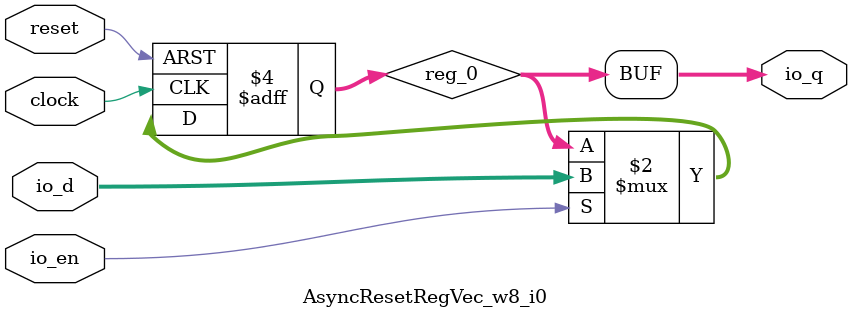
<source format=sv>

`ifndef PRINTF_COND_
  `ifdef PRINTF_COND
    `define PRINTF_COND_ (`PRINTF_COND)
  `else  // PRINTF_COND
    `define PRINTF_COND_ 1
  `endif // PRINTF_COND
`endif // not def PRINTF_COND_

// Users can define 'ASSERT_VERBOSE_COND' to add an extra gate to assert error printing.
`ifndef ASSERT_VERBOSE_COND_
  `ifdef ASSERT_VERBOSE_COND
    `define ASSERT_VERBOSE_COND_ (`ASSERT_VERBOSE_COND)
  `else  // ASSERT_VERBOSE_COND
    `define ASSERT_VERBOSE_COND_ 1
  `endif // ASSERT_VERBOSE_COND
`endif // not def ASSERT_VERBOSE_COND_

// Users can define 'STOP_COND' to add an extra gate to stop conditions.
`ifndef STOP_COND_
  `ifdef STOP_COND
    `define STOP_COND_ (`STOP_COND)
  `else  // STOP_COND
    `define STOP_COND_ 1
  `endif // STOP_COND
`endif // not def STOP_COND_

module AsyncResetRegVec_w8_i0(
  input        clock,
               reset,
  input  [7:0] io_d,
  output [7:0] io_q,
  input        io_en
);

  reg [7:0] reg_0;
  always @(posedge clock or posedge reset) begin
    if (reset)
      reg_0 <= 8'h0;
    else if (io_en)
      reg_0 <= io_d;
  end // always @(posedge, posedge)
  `ifdef ENABLE_INITIAL_REG_
    `ifdef FIRRTL_BEFORE_INITIAL
      `FIRRTL_BEFORE_INITIAL
    `endif // FIRRTL_BEFORE_INITIAL
    initial begin
      if (reset)
        reg_0 = 8'h0;
    end // initial
    `ifdef FIRRTL_AFTER_INITIAL
      `FIRRTL_AFTER_INITIAL
    `endif // FIRRTL_AFTER_INITIAL
  `endif // ENABLE_INITIAL_REG_
  assign io_q = reg_0;
endmodule


</source>
